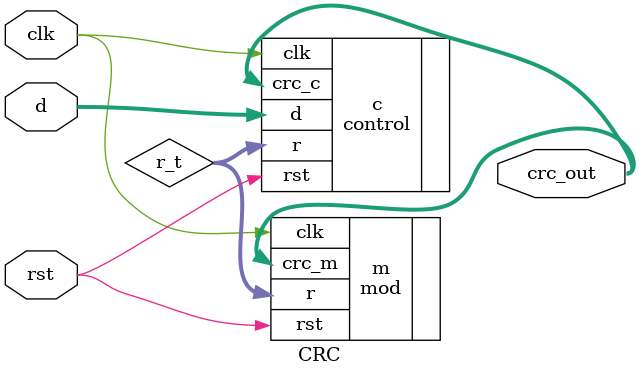
<source format=v>
`timescale 1ns / 1ps

module CRC(
    input clk,
	 input rst,
	 input[15:0] d,                     //ÊäÈëÊý¾Ý
	 output[15:0] crc_out               //Êä³öCRC
	 );
wire[15:0] r_t;
	 
mod     m(.clk(clk),
          .rst(rst),
			 .r(r_t),
		    .crc_m(crc_out)
			 );
			
control  c(.clk(clk),
           .rst(rst),
			  .d(d),
			  .crc_c(crc_out),
			  .r(r_t)
			  );
	 
	 
endmodule

</source>
